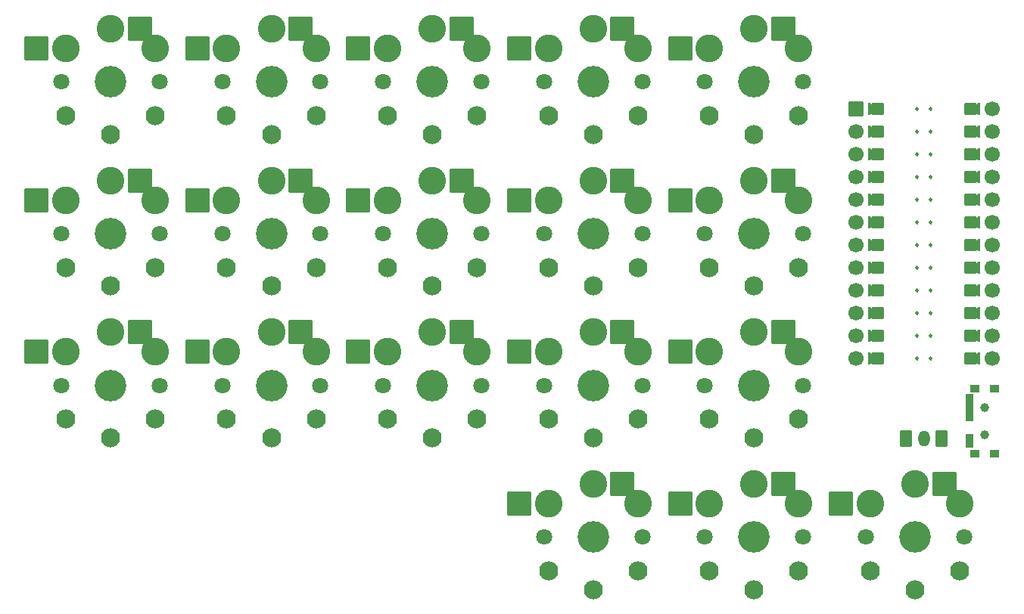
<source format=gbr>
%TF.GenerationSoftware,KiCad,Pcbnew,(6.0.7)*%
%TF.CreationDate,2022-08-24T19:26:19+02:00*%
%TF.ProjectId,leko_pona,6c656b6f-5f70-46f6-9e61-2e6b69636164,v1.0.0*%
%TF.SameCoordinates,Original*%
%TF.FileFunction,Soldermask,Top*%
%TF.FilePolarity,Negative*%
%FSLAX46Y46*%
G04 Gerber Fmt 4.6, Leading zero omitted, Abs format (unit mm)*
G04 Created by KiCad (PCBNEW (6.0.7)) date 2022-08-24 19:26:19*
%MOMM*%
%LPD*%
G01*
G04 APERTURE LIST*
G04 Aperture macros list*
%AMRoundRect*
0 Rectangle with rounded corners*
0 $1 Rounding radius*
0 $2 $3 $4 $5 $6 $7 $8 $9 X,Y pos of 4 corners*
0 Add a 4 corners polygon primitive as box body*
4,1,4,$2,$3,$4,$5,$6,$7,$8,$9,$2,$3,0*
0 Add four circle primitives for the rounded corners*
1,1,$1+$1,$2,$3*
1,1,$1+$1,$4,$5*
1,1,$1+$1,$6,$7*
1,1,$1+$1,$8,$9*
0 Add four rect primitives between the rounded corners*
20,1,$1+$1,$2,$3,$4,$5,0*
20,1,$1+$1,$4,$5,$6,$7,0*
20,1,$1+$1,$6,$7,$8,$9,0*
20,1,$1+$1,$8,$9,$2,$3,0*%
%AMFreePoly0*
4,1,14,0.635355,0.435355,0.650000,0.400000,0.650000,0.200000,0.635355,0.164645,0.035355,-0.435355,0.000000,-0.450000,-0.035355,-0.435355,-0.635355,0.164645,-0.650000,0.200000,-0.650000,0.400000,-0.635355,0.435355,-0.600000,0.450000,0.600000,0.450000,0.635355,0.435355,0.635355,0.435355,$1*%
%AMFreePoly1*
4,1,16,0.635355,1.035355,0.650000,1.000000,0.650000,-0.250000,0.635355,-0.285355,0.600000,-0.300000,-0.600000,-0.300000,-0.635355,-0.285355,-0.650000,-0.250000,-0.650000,1.000000,-0.635355,1.035355,-0.600000,1.050000,-0.564645,1.035355,0.000000,0.470710,0.564645,1.035355,0.600000,1.050000,0.635355,1.035355,0.635355,1.035355,$1*%
G04 Aperture macros list end*
%ADD10C,0.250000*%
%ADD11C,0.100000*%
%ADD12C,3.100000*%
%ADD13C,1.801800*%
%ADD14C,3.529000*%
%ADD15RoundRect,0.050000X-1.300000X-1.300000X1.300000X-1.300000X1.300000X1.300000X-1.300000X1.300000X0*%
%ADD16C,2.132000*%
%ADD17RoundRect,0.050000X-0.500000X-0.400000X0.500000X-0.400000X0.500000X0.400000X-0.500000X0.400000X0*%
%ADD18C,1.000000*%
%ADD19RoundRect,0.050000X-0.350000X-0.750000X0.350000X-0.750000X0.350000X0.750000X-0.350000X0.750000X0*%
%ADD20C,1.700000*%
%ADD21FreePoly0,270.000000*%
%ADD22FreePoly0,90.000000*%
%ADD23RoundRect,0.050000X-0.800000X0.800000X-0.800000X-0.800000X0.800000X-0.800000X0.800000X0.800000X0*%
%ADD24FreePoly1,270.000000*%
%ADD25FreePoly1,90.000000*%
%ADD26RoundRect,0.050000X0.600000X0.850000X-0.600000X0.850000X-0.600000X-0.850000X0.600000X-0.850000X0*%
%ADD27O,1.300000X1.800000*%
G04 APERTURE END LIST*
D10*
%TO.C,MCU1*%
X91887000Y3030000D02*
G75*
G03*
X91887000Y3030000I-125000J0D01*
G01*
X91887000Y10650000D02*
G75*
G03*
X91887000Y10650000I-125000J0D01*
G01*
X91887000Y23350000D02*
G75*
G03*
X91887000Y23350000I-125000J0D01*
G01*
X90363000Y3030000D02*
G75*
G03*
X90363000Y3030000I-125000J0D01*
G01*
X90363000Y8110000D02*
G75*
G03*
X90363000Y8110000I-125000J0D01*
G01*
X91887000Y28430000D02*
G75*
G03*
X91887000Y28430000I-125000J0D01*
G01*
X91887000Y13190000D02*
G75*
G03*
X91887000Y13190000I-125000J0D01*
G01*
X90363000Y10650000D02*
G75*
G03*
X90363000Y10650000I-125000J0D01*
G01*
X91887000Y18270000D02*
G75*
G03*
X91887000Y18270000I-125000J0D01*
G01*
X91887000Y8110000D02*
G75*
G03*
X91887000Y8110000I-125000J0D01*
G01*
X91887000Y20810000D02*
G75*
G03*
X91887000Y20810000I-125000J0D01*
G01*
X90363000Y20810000D02*
G75*
G03*
X90363000Y20810000I-125000J0D01*
G01*
X91887000Y25890000D02*
G75*
G03*
X91887000Y25890000I-125000J0D01*
G01*
X90363000Y18270000D02*
G75*
G03*
X90363000Y18270000I-125000J0D01*
G01*
X91887000Y30970000D02*
G75*
G03*
X91887000Y30970000I-125000J0D01*
G01*
X90363000Y28430000D02*
G75*
G03*
X90363000Y28430000I-125000J0D01*
G01*
X90363000Y5570000D02*
G75*
G03*
X90363000Y5570000I-125000J0D01*
G01*
X90363000Y25890000D02*
G75*
G03*
X90363000Y25890000I-125000J0D01*
G01*
X91887000Y5570000D02*
G75*
G03*
X91887000Y5570000I-125000J0D01*
G01*
X90363000Y23350000D02*
G75*
G03*
X90363000Y23350000I-125000J0D01*
G01*
X90363000Y13190000D02*
G75*
G03*
X90363000Y13190000I-125000J0D01*
G01*
X91887000Y15730000D02*
G75*
G03*
X91887000Y15730000I-125000J0D01*
G01*
X90363000Y15730000D02*
G75*
G03*
X90363000Y15730000I-125000J0D01*
G01*
X90363000Y30970000D02*
G75*
G03*
X90363000Y30970000I-125000J0D01*
G01*
G36*
X97096000Y2522000D02*
G01*
X96080000Y2522000D01*
X96080000Y3538000D01*
X97096000Y3538000D01*
X97096000Y2522000D01*
G37*
D11*
X97096000Y2522000D02*
X96080000Y2522000D01*
X96080000Y3538000D01*
X97096000Y3538000D01*
X97096000Y2522000D01*
G36*
X97096000Y12682000D02*
G01*
X96080000Y12682000D01*
X96080000Y13698000D01*
X97096000Y13698000D01*
X97096000Y12682000D01*
G37*
X97096000Y12682000D02*
X96080000Y12682000D01*
X96080000Y13698000D01*
X97096000Y13698000D01*
X97096000Y12682000D01*
G36*
X97096000Y10142000D02*
G01*
X96080000Y10142000D01*
X96080000Y11158000D01*
X97096000Y11158000D01*
X97096000Y10142000D01*
G37*
X97096000Y10142000D02*
X96080000Y10142000D01*
X96080000Y11158000D01*
X97096000Y11158000D01*
X97096000Y10142000D01*
G36*
X85920000Y10142000D02*
G01*
X84904000Y10142000D01*
X84904000Y11158000D01*
X85920000Y11158000D01*
X85920000Y10142000D01*
G37*
X85920000Y10142000D02*
X84904000Y10142000D01*
X84904000Y11158000D01*
X85920000Y11158000D01*
X85920000Y10142000D01*
G36*
X97096000Y22842000D02*
G01*
X96080000Y22842000D01*
X96080000Y23858000D01*
X97096000Y23858000D01*
X97096000Y22842000D01*
G37*
X97096000Y22842000D02*
X96080000Y22842000D01*
X96080000Y23858000D01*
X97096000Y23858000D01*
X97096000Y22842000D01*
G36*
X97096000Y17762000D02*
G01*
X96080000Y17762000D01*
X96080000Y18778000D01*
X97096000Y18778000D01*
X97096000Y17762000D01*
G37*
X97096000Y17762000D02*
X96080000Y17762000D01*
X96080000Y18778000D01*
X97096000Y18778000D01*
X97096000Y17762000D01*
G36*
X97096000Y5062000D02*
G01*
X96080000Y5062000D01*
X96080000Y6078000D01*
X97096000Y6078000D01*
X97096000Y5062000D01*
G37*
X97096000Y5062000D02*
X96080000Y5062000D01*
X96080000Y6078000D01*
X97096000Y6078000D01*
X97096000Y5062000D01*
G36*
X97096000Y25382000D02*
G01*
X96080000Y25382000D01*
X96080000Y26398000D01*
X97096000Y26398000D01*
X97096000Y25382000D01*
G37*
X97096000Y25382000D02*
X96080000Y25382000D01*
X96080000Y26398000D01*
X97096000Y26398000D01*
X97096000Y25382000D01*
G36*
X85920000Y22842000D02*
G01*
X84904000Y22842000D01*
X84904000Y23858000D01*
X85920000Y23858000D01*
X85920000Y22842000D01*
G37*
X85920000Y22842000D02*
X84904000Y22842000D01*
X84904000Y23858000D01*
X85920000Y23858000D01*
X85920000Y22842000D01*
G36*
X97096000Y15222000D02*
G01*
X96080000Y15222000D01*
X96080000Y16238000D01*
X97096000Y16238000D01*
X97096000Y15222000D01*
G37*
X97096000Y15222000D02*
X96080000Y15222000D01*
X96080000Y16238000D01*
X97096000Y16238000D01*
X97096000Y15222000D01*
G36*
X85920000Y27922000D02*
G01*
X84904000Y27922000D01*
X84904000Y28938000D01*
X85920000Y28938000D01*
X85920000Y27922000D01*
G37*
X85920000Y27922000D02*
X84904000Y27922000D01*
X84904000Y28938000D01*
X85920000Y28938000D01*
X85920000Y27922000D01*
G36*
X97096000Y7602000D02*
G01*
X96080000Y7602000D01*
X96080000Y8618000D01*
X97096000Y8618000D01*
X97096000Y7602000D01*
G37*
X97096000Y7602000D02*
X96080000Y7602000D01*
X96080000Y8618000D01*
X97096000Y8618000D01*
X97096000Y7602000D01*
G36*
X85920000Y17762000D02*
G01*
X84904000Y17762000D01*
X84904000Y18778000D01*
X85920000Y18778000D01*
X85920000Y17762000D01*
G37*
X85920000Y17762000D02*
X84904000Y17762000D01*
X84904000Y18778000D01*
X85920000Y18778000D01*
X85920000Y17762000D01*
G36*
X85920000Y12682000D02*
G01*
X84904000Y12682000D01*
X84904000Y13698000D01*
X85920000Y13698000D01*
X85920000Y12682000D01*
G37*
X85920000Y12682000D02*
X84904000Y12682000D01*
X84904000Y13698000D01*
X85920000Y13698000D01*
X85920000Y12682000D01*
G36*
X85920000Y7602000D02*
G01*
X84904000Y7602000D01*
X84904000Y8618000D01*
X85920000Y8618000D01*
X85920000Y7602000D01*
G37*
X85920000Y7602000D02*
X84904000Y7602000D01*
X84904000Y8618000D01*
X85920000Y8618000D01*
X85920000Y7602000D01*
G36*
X85920000Y5062000D02*
G01*
X84904000Y5062000D01*
X84904000Y6078000D01*
X85920000Y6078000D01*
X85920000Y5062000D01*
G37*
X85920000Y5062000D02*
X84904000Y5062000D01*
X84904000Y6078000D01*
X85920000Y6078000D01*
X85920000Y5062000D01*
G36*
X85920000Y15222000D02*
G01*
X84904000Y15222000D01*
X84904000Y16238000D01*
X85920000Y16238000D01*
X85920000Y15222000D01*
G37*
X85920000Y15222000D02*
X84904000Y15222000D01*
X84904000Y16238000D01*
X85920000Y16238000D01*
X85920000Y15222000D01*
G36*
X85920000Y25382000D02*
G01*
X84904000Y25382000D01*
X84904000Y26398000D01*
X85920000Y26398000D01*
X85920000Y25382000D01*
G37*
X85920000Y25382000D02*
X84904000Y25382000D01*
X84904000Y26398000D01*
X85920000Y26398000D01*
X85920000Y25382000D01*
G36*
X97096000Y27922000D02*
G01*
X96080000Y27922000D01*
X96080000Y28938000D01*
X97096000Y28938000D01*
X97096000Y27922000D01*
G37*
X97096000Y27922000D02*
X96080000Y27922000D01*
X96080000Y28938000D01*
X97096000Y28938000D01*
X97096000Y27922000D01*
G36*
X85920000Y30462000D02*
G01*
X84904000Y30462000D01*
X84904000Y31478000D01*
X85920000Y31478000D01*
X85920000Y30462000D01*
G37*
X85920000Y30462000D02*
X84904000Y30462000D01*
X84904000Y31478000D01*
X85920000Y31478000D01*
X85920000Y30462000D01*
G36*
X97096000Y20302000D02*
G01*
X96080000Y20302000D01*
X96080000Y21318000D01*
X97096000Y21318000D01*
X97096000Y20302000D01*
G37*
X97096000Y20302000D02*
X96080000Y20302000D01*
X96080000Y21318000D01*
X97096000Y21318000D01*
X97096000Y20302000D01*
G36*
X85920000Y2522000D02*
G01*
X84904000Y2522000D01*
X84904000Y3538000D01*
X85920000Y3538000D01*
X85920000Y2522000D01*
G37*
X85920000Y2522000D02*
X84904000Y2522000D01*
X84904000Y3538000D01*
X85920000Y3538000D01*
X85920000Y2522000D01*
G36*
X97096000Y30462000D02*
G01*
X96080000Y30462000D01*
X96080000Y31478000D01*
X97096000Y31478000D01*
X97096000Y30462000D01*
G37*
X97096000Y30462000D02*
X96080000Y30462000D01*
X96080000Y31478000D01*
X97096000Y31478000D01*
X97096000Y30462000D01*
G36*
X85920000Y20302000D02*
G01*
X84904000Y20302000D01*
X84904000Y21318000D01*
X85920000Y21318000D01*
X85920000Y20302000D01*
G37*
X85920000Y20302000D02*
X84904000Y20302000D01*
X84904000Y21318000D01*
X85920000Y21318000D01*
X85920000Y20302000D01*
%TD*%
D12*
%TO.C,S31*%
X54000000Y-11050000D03*
D13*
X59500000Y-17000000D03*
D14*
X54000000Y-17000000D03*
D13*
X48500000Y-17000000D03*
D12*
X49000000Y-13250000D03*
X54000000Y-11050000D03*
X59000000Y-13250000D03*
D15*
X57275000Y-11050000D03*
X45725000Y-13250000D03*
%TD*%
D14*
%TO.C,S19*%
X54000000Y0D03*
D12*
X54000000Y5950000D03*
X54000000Y5950000D03*
D13*
X48500000Y0D03*
D12*
X49000000Y3750000D03*
X59000000Y3750000D03*
D13*
X59500000Y0D03*
D15*
X57275000Y5950000D03*
X45725000Y3750000D03*
%TD*%
D12*
%TO.C,S9*%
X18000000Y22950000D03*
X13000000Y20750000D03*
X18000000Y22950000D03*
X23000000Y20750000D03*
D14*
X18000000Y17000000D03*
D13*
X23500000Y17000000D03*
X12500000Y17000000D03*
D15*
X21275000Y22950000D03*
X9725000Y20750000D03*
%TD*%
D14*
%TO.C,S11*%
X18000000Y34000000D03*
D12*
X18000000Y39950000D03*
D13*
X12500000Y34000000D03*
D12*
X13000000Y37750000D03*
D13*
X23500000Y34000000D03*
D12*
X18000000Y39950000D03*
X23000000Y37750000D03*
D15*
X21275000Y39950000D03*
X9725000Y37750000D03*
%TD*%
D12*
%TO.C,S7*%
X18000000Y5950000D03*
X18000000Y5950000D03*
D13*
X23500000Y0D03*
D12*
X13000000Y3750000D03*
X23000000Y3750000D03*
D14*
X18000000Y0D03*
D13*
X12500000Y0D03*
D15*
X21275000Y5950000D03*
X9725000Y3750000D03*
%TD*%
D12*
%TO.C,S23*%
X49000000Y37750000D03*
X59000000Y37750000D03*
D13*
X59500000Y34000000D03*
D12*
X54000000Y39950000D03*
X54000000Y39950000D03*
D14*
X54000000Y34000000D03*
D13*
X48500000Y34000000D03*
D15*
X57275000Y39950000D03*
X45725000Y37750000D03*
%TD*%
D13*
%TO.C,S1*%
X-5500000Y0D03*
D12*
X0Y5950000D03*
X-5000000Y3750000D03*
D14*
X0Y0D03*
D13*
X5500000Y0D03*
D12*
X0Y5950000D03*
X5000000Y3750000D03*
D15*
X3275000Y5950000D03*
X-8275000Y3750000D03*
%TD*%
D14*
%TO.C,S28*%
X72000000Y17000000D03*
D13*
X77500000Y17000000D03*
X66500000Y17000000D03*
D16*
X67000000Y13200000D03*
X77000000Y13200000D03*
X72000000Y11100000D03*
X72000000Y11100000D03*
%TD*%
D13*
%TO.C,S8*%
X23500000Y0D03*
D14*
X18000000Y0D03*
D13*
X12500000Y0D03*
D16*
X13000000Y-3800000D03*
X23000000Y-3800000D03*
X18000000Y-5900000D03*
X18000000Y-5900000D03*
%TD*%
D13*
%TO.C,S20*%
X59500000Y0D03*
D14*
X54000000Y0D03*
D13*
X48500000Y0D03*
D16*
X49000000Y-3800000D03*
X59000000Y-3800000D03*
X54000000Y-5900000D03*
X54000000Y-5900000D03*
%TD*%
D17*
%TO.C,*%
X98930000Y-350000D03*
X98930000Y-7650000D03*
X96720000Y-350000D03*
D18*
X97830000Y-2500000D03*
X97830000Y-5500000D03*
X97830000Y-5500000D03*
D17*
X96720000Y-7650000D03*
D18*
X97830000Y-2500000D03*
D19*
X96070000Y-6250000D03*
X96070000Y-3250000D03*
X96070000Y-1750000D03*
%TD*%
D12*
%TO.C,S33*%
X77000000Y-13250000D03*
D13*
X66500000Y-17000000D03*
D12*
X72000000Y-11050000D03*
D14*
X72000000Y-17000000D03*
D13*
X77500000Y-17000000D03*
D12*
X72000000Y-11050000D03*
X67000000Y-13250000D03*
D15*
X75275000Y-11050000D03*
X63725000Y-13250000D03*
%TD*%
D13*
%TO.C,S22*%
X48500000Y17000000D03*
D14*
X54000000Y17000000D03*
D13*
X59500000Y17000000D03*
D16*
X59000000Y13200000D03*
X49000000Y13200000D03*
X54000000Y11100000D03*
X54000000Y11100000D03*
%TD*%
D14*
%TO.C,S6*%
X0Y34000000D03*
D13*
X5500000Y34000000D03*
X-5500000Y34000000D03*
D16*
X5000000Y30200000D03*
X-5000000Y30200000D03*
X0Y28100000D03*
X0Y28100000D03*
%TD*%
D13*
%TO.C,S27*%
X66500000Y17000000D03*
D12*
X72000000Y22950000D03*
X67000000Y20750000D03*
D13*
X77500000Y17000000D03*
D14*
X72000000Y17000000D03*
D12*
X77000000Y20750000D03*
X72000000Y22950000D03*
D15*
X75275000Y22950000D03*
X63725000Y20750000D03*
%TD*%
D14*
%TO.C,S14*%
X36000000Y0D03*
D13*
X30500000Y0D03*
X41500000Y0D03*
D16*
X41000000Y-3800000D03*
X31000000Y-3800000D03*
X36000000Y-5900000D03*
X36000000Y-5900000D03*
%TD*%
D13*
%TO.C,S34*%
X66500000Y-17000000D03*
X77500000Y-17000000D03*
D14*
X72000000Y-17000000D03*
D16*
X67000000Y-20800000D03*
X77000000Y-20800000D03*
X72000000Y-22900000D03*
X72000000Y-22900000D03*
%TD*%
D12*
%TO.C,S15*%
X41000000Y20750000D03*
D13*
X30500000Y17000000D03*
X41500000Y17000000D03*
D12*
X31000000Y20750000D03*
X36000000Y22950000D03*
X36000000Y22950000D03*
D14*
X36000000Y17000000D03*
D15*
X39275000Y22950000D03*
X27725000Y20750000D03*
%TD*%
D13*
%TO.C,S18*%
X30500000Y34000000D03*
D14*
X36000000Y34000000D03*
D13*
X41500000Y34000000D03*
D16*
X31000000Y30200000D03*
X41000000Y30200000D03*
X36000000Y28100000D03*
X36000000Y28100000D03*
%TD*%
D12*
%TO.C,S21*%
X49000000Y20750000D03*
D13*
X48500000Y17000000D03*
D12*
X54000000Y22950000D03*
X59000000Y20750000D03*
D13*
X59500000Y17000000D03*
D12*
X54000000Y22950000D03*
D14*
X54000000Y17000000D03*
D15*
X57275000Y22950000D03*
X45725000Y20750000D03*
%TD*%
D14*
%TO.C,S32*%
X54000000Y-17000000D03*
D13*
X59500000Y-17000000D03*
X48500000Y-17000000D03*
D16*
X59000000Y-20800000D03*
X49000000Y-20800000D03*
X54000000Y-22900000D03*
X54000000Y-22900000D03*
%TD*%
D13*
%TO.C,S30*%
X66500000Y34000000D03*
X77500000Y34000000D03*
D14*
X72000000Y34000000D03*
D16*
X67000000Y30200000D03*
X77000000Y30200000D03*
X72000000Y28100000D03*
X72000000Y28100000D03*
%TD*%
D14*
%TO.C,S29*%
X72000000Y34000000D03*
D12*
X67000000Y37750000D03*
D13*
X66500000Y34000000D03*
X77500000Y34000000D03*
D12*
X77000000Y37750000D03*
X72000000Y39950000D03*
X72000000Y39950000D03*
D15*
X75275000Y39950000D03*
X63725000Y37750000D03*
%TD*%
D13*
%TO.C,S25*%
X77500000Y0D03*
D12*
X72000000Y5950000D03*
X67000000Y3750000D03*
D14*
X72000000Y0D03*
D13*
X66500000Y0D03*
D12*
X72000000Y5950000D03*
X77000000Y3750000D03*
D15*
X75275000Y5950000D03*
X63725000Y3750000D03*
%TD*%
D13*
%TO.C,S36*%
X84500000Y-17000000D03*
X95500000Y-17000000D03*
D14*
X90000000Y-17000000D03*
D16*
X95000000Y-20800000D03*
X85000000Y-20800000D03*
X90000000Y-22900000D03*
X90000000Y-22900000D03*
%TD*%
D13*
%TO.C,S17*%
X30500000Y34000000D03*
D12*
X36000000Y39950000D03*
X36000000Y39950000D03*
X41000000Y37750000D03*
D13*
X41500000Y34000000D03*
D12*
X31000000Y37750000D03*
D14*
X36000000Y34000000D03*
D15*
X39275000Y39950000D03*
X27725000Y37750000D03*
%TD*%
D12*
%TO.C,S35*%
X90000000Y-11050000D03*
X85000000Y-13250000D03*
D13*
X84500000Y-17000000D03*
X95500000Y-17000000D03*
D12*
X95000000Y-13250000D03*
X90000000Y-11050000D03*
D14*
X90000000Y-17000000D03*
D15*
X93275000Y-11050000D03*
X81725000Y-13250000D03*
%TD*%
D14*
%TO.C,S12*%
X18000000Y34000000D03*
D13*
X12500000Y34000000D03*
X23500000Y34000000D03*
D16*
X13000000Y30200000D03*
X23000000Y30200000D03*
X18000000Y28100000D03*
X18000000Y28100000D03*
%TD*%
D12*
%TO.C,S13*%
X36000000Y5950000D03*
X41000000Y3750000D03*
X36000000Y5950000D03*
X31000000Y3750000D03*
D13*
X41500000Y0D03*
D14*
X36000000Y0D03*
D13*
X30500000Y0D03*
D15*
X39275000Y5950000D03*
X27725000Y3750000D03*
%TD*%
D20*
%TO.C,MCU1*%
X98620000Y28430000D03*
D21*
X96842000Y13190000D03*
D20*
X83380000Y15730000D03*
D22*
X85158000Y8110000D03*
D20*
X98620000Y23350000D03*
X98620000Y8110000D03*
X98620000Y13190000D03*
D21*
X96842000Y23350000D03*
D22*
X85158000Y20810000D03*
D20*
X83380000Y20810000D03*
X83380000Y23350000D03*
D22*
X85158000Y10650000D03*
D20*
X83380000Y10650000D03*
D21*
X96842000Y15730000D03*
D20*
X83380000Y18270000D03*
X98620000Y30970000D03*
X98620000Y3030000D03*
X98620000Y25890000D03*
X83380000Y5570000D03*
X98620000Y20810000D03*
D22*
X85158000Y15730000D03*
D20*
X83380000Y28430000D03*
D21*
X96842000Y18270000D03*
D23*
X83380000Y30970000D03*
D20*
X83380000Y30970000D03*
D22*
X85158000Y13190000D03*
X85158000Y25890000D03*
D21*
X96842000Y30970000D03*
D20*
X98620000Y15730000D03*
X83380000Y25890000D03*
X98620000Y18270000D03*
D22*
X85158000Y28430000D03*
D20*
X98620000Y5570000D03*
D22*
X85158000Y18270000D03*
D21*
X96842000Y5570000D03*
D22*
X85158000Y3030000D03*
D20*
X83380000Y3030000D03*
D22*
X85158000Y30970000D03*
X85158000Y5570000D03*
D20*
X83380000Y8110000D03*
D21*
X96842000Y3030000D03*
X96842000Y8110000D03*
D22*
X85158000Y23350000D03*
D21*
X96842000Y20810000D03*
D20*
X98620000Y10650000D03*
D21*
X96842000Y28430000D03*
D20*
X83380000Y13190000D03*
D21*
X96842000Y10650000D03*
X96842000Y25890000D03*
D24*
X95826000Y30970000D03*
X95826000Y28430000D03*
X95826000Y25890000D03*
X95826000Y23350000D03*
X95826000Y20810000D03*
X95826000Y18270000D03*
X95826000Y15730000D03*
X95826000Y13190000D03*
X95826000Y10650000D03*
X95826000Y8110000D03*
X95826000Y5570000D03*
X95826000Y3030000D03*
D25*
X86174000Y3030000D03*
X86174000Y5570000D03*
X86174000Y8110000D03*
X86174000Y10650000D03*
X86174000Y13190000D03*
X86174000Y15730000D03*
X86174000Y18270000D03*
X86174000Y20810000D03*
X86174000Y23350000D03*
X86174000Y25890000D03*
X86174000Y28430000D03*
X86174000Y30970000D03*
%TD*%
D14*
%TO.C,S24*%
X54000000Y34000000D03*
D13*
X59500000Y34000000D03*
X48500000Y34000000D03*
D16*
X49000000Y30200000D03*
X59000000Y30200000D03*
X54000000Y28100000D03*
X54000000Y28100000D03*
%TD*%
D13*
%TO.C,S16*%
X30500000Y17000000D03*
D14*
X36000000Y17000000D03*
D13*
X41500000Y17000000D03*
D16*
X41000000Y13200000D03*
X31000000Y13200000D03*
X36000000Y11100000D03*
X36000000Y11100000D03*
%TD*%
D14*
%TO.C,S10*%
X18000000Y17000000D03*
D13*
X23500000Y17000000D03*
X12500000Y17000000D03*
D16*
X23000000Y13200000D03*
X13000000Y13200000D03*
X18000000Y11100000D03*
X18000000Y11100000D03*
%TD*%
D14*
%TO.C,S3*%
X0Y17000000D03*
D12*
X0Y22950000D03*
X-5000000Y20750000D03*
X5000000Y20750000D03*
D13*
X-5500000Y17000000D03*
X5500000Y17000000D03*
D12*
X0Y22950000D03*
D15*
X3275000Y22950000D03*
X-8275000Y20750000D03*
%TD*%
D13*
%TO.C,S26*%
X77500000Y0D03*
D14*
X72000000Y0D03*
D13*
X66500000Y0D03*
D16*
X77000000Y-3800000D03*
X67000000Y-3800000D03*
X72000000Y-5900000D03*
X72000000Y-5900000D03*
%TD*%
D26*
%TO.C,JST1*%
X93000000Y-6000000D03*
D27*
X91000000Y-6000000D03*
D26*
X89000000Y-6000000D03*
%TD*%
D13*
%TO.C,S2*%
X-5500000Y0D03*
D14*
X0Y0D03*
D13*
X5500000Y0D03*
D16*
X-5000000Y-3800000D03*
X5000000Y-3800000D03*
X0Y-5900000D03*
X0Y-5900000D03*
%TD*%
D13*
%TO.C,S4*%
X-5500000Y17000000D03*
X5500000Y17000000D03*
D14*
X0Y17000000D03*
D16*
X-5000000Y13200000D03*
X5000000Y13200000D03*
X0Y11100000D03*
X0Y11100000D03*
%TD*%
D12*
%TO.C,S5*%
X-5000000Y37750000D03*
X5000000Y37750000D03*
D13*
X5500000Y34000000D03*
D12*
X0Y39950000D03*
X0Y39950000D03*
D14*
X0Y34000000D03*
D13*
X-5500000Y34000000D03*
D15*
X3275000Y39950000D03*
X-8275000Y37750000D03*
%TD*%
M02*

</source>
